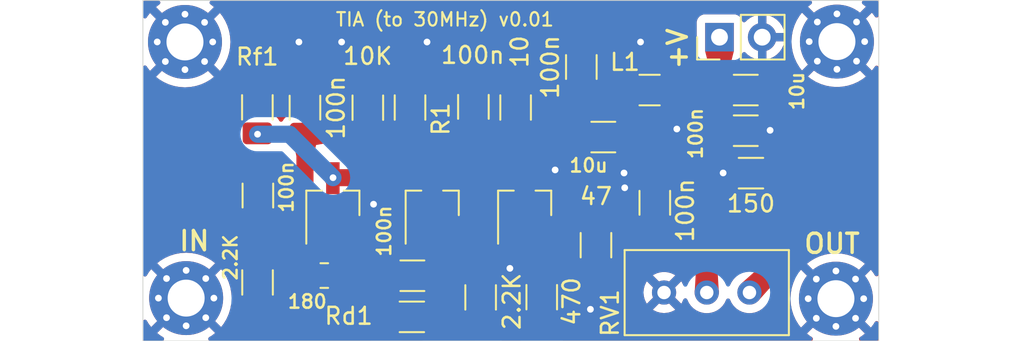
<source format=kicad_pcb>
(kicad_pcb (version 20221018) (generator pcbnew)
  (layers (0 "F.Cu" signal) (31 "B.Cu" signal) (34 "B.Paste" user) (35 "F.Paste" user) (36 "B.SilkS" user "B.Silkscreen") (37 "F.SilkS" user "F.Silkscreen") (38 "B.Mask" user) (39 "F.Mask" user) (44 "Edge.Cuts" user))
  (net 0 "")
  (net 1 "Net-(C2-Pad2)")
  (net 2 "Net-(Q1-B)")
  (net 3 "GND")
  (net 4 "Net-(C4-Pad1)")
  (net 5 "Net-(Q2-C)")
  (net 6 "Net-(C5-Pad2)")
  (net 7 "Net-(Q1-E)")
  (net 8 "Net-(J3-Pin_1)")
  (net 9 "Net-(Q1-C)")
  (net 10 "Net-(Q2-E)")
  (net 11 "Net-(Q3-E)")
  (net 12 "Net-(J1-In)")
  (net 13 "Net-(J2-In)")
  (net 14 "Net-(C5-Pad1)")
  (net 15 "Net-(C6-Pad2)")
  (footprint "footprints:SMA_EDGELAUNCH_Modded" (layer "F.Cu") (at 256.51 49.75 180)
    (fp_text reference "J2" hide)
    (fp_text value "SMA")
    (pad "1" smd rect (at 2.032 0 270) (size 1.27 4.064) (layers "F.Cu" "F.Mask") (net 13 "Net-(J2-In)"))
    (pad "2" smd rect (at 2.032 -2.54 270) (size 1.524 4.064) (layers "F.Cu" "F.Mask") (net 3 "GND"))
    (pad "2" smd rect (at 2.032 2.54 270) (size 1.524 4.064) (layers "F.Cu" "F.Mask") (net 3 "GND"))
  )
  (footprint "footprints:SMA_EDGELAUNCH_Modded" (layer "F.Cu") (at 214.2 49.818)
    (fp_text reference "J1" hide)
    (fp_text value "Conn_Coaxial")
    (pad "1" smd rect (at 2.032 0 90) (size 1.27 4.064) (layers "F.Cu" "F.Mask") (net 12 "Net-(J1-In)"))
    (pad "2" smd rect (at 2.032 -2.54 90) (size 1.524 4.064) (layers "F.Cu" "F.Mask") (net 3 "GND"))
    (pad "2" smd rect (at 2.032 2.54 90) (size 1.524 4.064) (layers "F.Cu" "F.Mask") (net 3 "GND"))
  )
  (footprint "Package_TO_SOT_SMD:SOT-23_Handsoldering" (layer "F.Cu") (at 230.6 51.85 90)
    (fp_text reference "Q2" hide)
    (fp_text value "2N3904" hide)
    (fp_line (start 0.76 -1.58) (end -2.4 -1.58) (stroke (width 0.12)) (layer "F.SilkS"))
    (fp_line (start 0.76 -1.58) (end 0.76 -0.65) (stroke (width 0.12)) (layer "F.SilkS"))
    (fp_line (start 0.76 1.58) (end -0.7 1.58) (stroke (width 0.12)) (layer "F.SilkS"))
    (fp_line (start 0.76 1.58) (end 0.76 0.65) (stroke (width 0.12)) (layer "F.SilkS"))
    (pad "1" smd rect (at -1.5 -0.95 90) (size 1.9 0.8) (layers "F.Cu" "F.Paste" "F.Mask") (net 9 "Net-(Q1-C)"))
    (pad "2" smd rect (at -1.5 0.95 90) (size 1.9 0.8) (layers "F.Cu" "F.Paste" "F.Mask") (net 10 "Net-(Q2-E)"))
    (pad "3" smd rect (at 1.5 0 90) (size 1.9 0.8) (layers "F.Cu" "F.Paste" "F.Mask") (net 5 "Net-(Q2-C)"))
  )
  (footprint "Resistor_SMD:R_1206_3216Metric_Pad1.30x1.75mm_HandSolder" (layer "F.Cu") (at 233.48 57.45 -90)
    (fp_text reference "R6" hide)
    (fp_text value "2.2K" (at 0.242 -1.856 90) (layer "F.SilkS"))
    (fp_line (start -0.727064 -0.91) (end 0.727064 -0.91) (stroke (width 0.12)) (layer "F.SilkS"))
    (fp_line (start -0.727064 0.91) (end 0.727064 0.91) (stroke (width 0.12)) (layer "F.SilkS"))
    (pad "1" smd roundrect (at -1.55 0 270) (size 1.3 1.75) (layers "F.Cu" "F.Paste" "F.Mask") (roundrect_rratio 0.1923076923) (net 10 "Net-(Q2-E)"))
    (pad "2" smd roundrect (at 1.55 0 270) (size 1.3 1.75) (layers "F.Cu" "F.Paste" "F.Mask") (roundrect_rratio 0.1923076923) (net 3 "GND"))
  )
  (footprint "Resistor_SMD:R_1206_3216Metric_Pad1.30x1.75mm_HandSolder" (layer "F.Cu") (at 237.114 57.438 -90)
    (fp_text reference "R7" hide)
    (fp_text value "470" (at 0.254 -1.778 90) (layer "F.SilkS"))
    (fp_line (start -0.727064 -0.91) (end 0.727064 -0.91) (stroke (width 0.12)) (layer "F.SilkS"))
    (fp_line (start -0.727064 0.91) (end 0.727064 0.91) (stroke (width 0.12)) (layer "F.SilkS"))
    (pad "1" smd roundrect (at -1.55 0 270) (size 1.3 1.75) (layers "F.Cu" "F.Paste" "F.Mask") (roundrect_rratio 0.1923076923) (net 11 "Net-(Q3-E)"))
    (pad "2" smd roundrect (at 1.55 0 270) (size 1.3 1.75) (layers "F.Cu" "F.Paste" "F.Mask") (roundrect_rratio 0.1923076923) (net 3 "GND"))
  )
  (footprint "Capacitor_SMD:C_1206_3216Metric_Pad1.33x1.80mm_HandSolder" (layer "F.Cu") (at 223.03 46.1475 90)
    (fp_text reference "C2" hide)
    (fp_text value "100n" (at 0 1.85 90) (layer "F.SilkS"))
    (fp_line (start -0.711252 -0.91) (end 0.711252 -0.91) (stroke (width 0.12)) (layer "F.SilkS"))
    (fp_line (start -0.711252 0.91) (end 0.711252 0.91) (stroke (width 0.12)) (layer "F.SilkS"))
    (pad "1" smd roundrect (at -1.5625 0 90) (size 1.325 1.8) (layers "F.Cu" "F.Paste" "F.Mask") (roundrect_rratio 0.1886792453) (net 2 "Net-(Q1-B)"))
    (pad "2" smd roundrect (at 1.5625 0 90) (size 1.325 1.8) (layers "F.Cu" "F.Paste" "F.Mask") (roundrect_rratio 0.1886792453) (net 1 "Net-(C2-Pad2)"))
  )
  (footprint "Resistor_SMD:R_0805_2012Metric_Pad1.20x1.40mm_HandSolder" (layer "F.Cu") (at 224.18 56.15 180)
    (fp_text reference "R5" hide)
    (fp_text value "180" (at 1.01 -1.55 180) (layer "F.SilkS") (effects (font (size 0.8 0.8))))
    (fp_line (start -0.227064 -0.735) (end 0.227064 -0.735) (stroke (width 0.12)) (layer "F.SilkS"))
    (fp_line (start -0.227064 0.735) (end 0.227064 0.735) (stroke (width 0.12)) (layer "F.SilkS"))
    (pad "1" smd roundrect (at -1 0 180) (size 1.2 1.4) (layers "F.Cu" "F.Paste" "F.Mask") (roundrect_rratio 0.2083333333) (net 7 "Net-(Q1-E)"))
    (pad "2" smd roundrect (at 1 0 180) (size 1.2 1.4) (layers "F.Cu" "F.Paste" "F.Mask") (roundrect_rratio 0.2083333333) (net 3 "GND"))
  )
  (footprint "Resistor_SMD:R_1206_3216Metric_Pad1.30x1.75mm_HandSolder" (layer "F.Cu") (at 229.28 46.14 -90)
    (fp_text reference "R1" (at 0.69 -1.83 -90) (layer "F.SilkS"))
    (fp_text value "330" hide)
    (fp_line (start -0.727064 -0.91) (end 0.727064 -0.91) (stroke (width 0.12)) (layer "F.SilkS"))
    (fp_line (start -0.727064 0.91) (end 0.727064 0.91) (stroke (width 0.12)) (layer "F.SilkS"))
    (pad "1" smd roundrect (at -1.55 0 270) (size 1.3 1.75) (layers "F.Cu" "F.Paste" "F.Mask") (roundrect_rratio 0.1923076923) (net 5 "Net-(Q2-C)"))
    (pad "2" smd roundrect (at 1.55 0 270) (size 1.3 1.75) (layers "F.Cu" "F.Paste" "F.Mask") (roundrect_rratio 0.1923076923) (net 9 "Net-(Q1-C)"))
  )
  (footprint "Capacitor_SMD:C_1206_3216Metric_Pad1.33x1.80mm_HandSolder" (layer "F.Cu") (at 229.42 56.16 180)
    (fp_text reference "C4" hide)
    (fp_text value "100n" (at 1.68 2.66 270) (layer "F.SilkS") (effects (font (size 0.8 0.8))))
    (fp_line (start -0.711252 -0.91) (end 0.711252 -0.91) (stroke (width 0.12)) (layer "F.SilkS"))
    (fp_line (start -0.711252 0.91) (end 0.711252 0.91) (stroke (width 0.12)) (layer "F.SilkS"))
    (pad "1" smd roundrect (at -1.5625 0 180) (size 1.325 1.8) (layers "F.Cu" "F.Paste" "F.Mask") (roundrect_rratio 0.1886792453) (net 4 "Net-(C4-Pad1)"))
    (pad "2" smd roundrect (at 1.5625 0 180) (size 1.325 1.8) (layers "F.Cu" "F.Paste" "F.Mask") (roundrect_rratio 0.1886792453) (net 7 "Net-(Q1-E)"))
  )
  (footprint "Resistor_SMD:R_1206_3216Metric_Pad1.30x1.75mm_HandSolder" (layer "F.Cu") (at 226.77 46.15 -90)
    (fp_text reference "R3" hide)
    (fp_text value "10K" (at -3.07 0.01 -180) (layer "F.SilkS"))
    (fp_line (start -0.727064 -0.91) (end 0.727064 -0.91) (stroke (width 0.12)) (layer "F.SilkS"))
    (fp_line (start -0.727064 0.91) (end 0.727064 0.91) (stroke (width 0.12)) (layer "F.SilkS"))
    (pad "1" smd roundrect (at -1.55 0 270) (size 1.3 1.75) (layers "F.Cu" "F.Paste" "F.Mask") (roundrect_rratio 0.1923076923) (net 5 "Net-(Q2-C)"))
    (pad "2" smd roundrect (at 1.55 0 270) (size 1.3 1.75) (layers "F.Cu" "F.Paste" "F.Mask") (roundrect_rratio 0.1923076923) (net 2 "Net-(Q1-B)"))
  )
  (footprint "Resistor_SMD:R_1206_3216Metric_Pad1.30x1.75mm_HandSolder" (layer "F.Cu") (at 229.39 58.61 180)
    (fp_text reference "Rd1" (at 3.76 0.05 180) (layer "F.SilkS"))
    (fp_text value "15" hide)
    (fp_line (start -0.727064 -0.91) (end 0.727064 -0.91) (stroke (width 0.12)) (layer "F.SilkS"))
    (fp_line (start -0.727064 0.91) (end 0.727064 0.91) (stroke (width 0.12)) (layer "F.SilkS"))
    (pad "1" smd roundrect (at -1.55 0 180) (size 1.3 1.75) (layers "F.Cu" "F.Paste" "F.Mask") (roundrect_rratio 0.1923076923) (net 4 "Net-(C4-Pad1)"))
    (pad "2" smd roundrect (at 1.55 0 180) (size 1.3 1.75) (layers "F.Cu" "F.Paste" "F.Mask") (roundrect_rratio 0.1923076923) (net 3 "GND"))
  )
  (footprint "Resistor_SMD:R_1206_3216Metric_Pad1.30x1.75mm_HandSolder" (layer "F.Cu") (at 235.56 46.14 90)
    (fp_text reference "R8" hide)
    (fp_text value "10" (at 3.33 0.24 90) (layer "F.SilkS"))
    (fp_line (start -0.727064 -0.91) (end 0.727064 -0.91) (stroke (width 0.12)) (layer "F.SilkS"))
    (fp_line (start -0.727064 0.91) (end 0.727064 0.91) (stroke (width 0.12)) (layer "F.SilkS"))
    (pad "1" smd roundrect (at -1.55 0 90) (size 1.3 1.75) (layers "F.Cu" "F.Paste" "F.Mask") (roundrect_rratio 0.1923076923) (net 15 "Net-(C6-Pad2)"))
    (pad "2" smd roundrect (at 1.55 0 90) (size 1.3 1.75) (layers "F.Cu" "F.Paste" "F.Mask") (roundrect_rratio 0.1923076923) (net 5 "Net-(Q2-C)"))
  )
  (footprint "Package_TO_SOT_SMD:SOT-23_Handsoldering" (layer "F.Cu") (at 224.69 51.85 90)
    (fp_text reference "Q1" hide)
    (fp_text value "2N3904" hide)
    (fp_line (start 0.76 -1.58) (end -2.4 -1.58) (stroke (width 0.12)) (layer "F.SilkS"))
    (fp_line (start 0.76 -1.58) (end 0.76 -0.65) (stroke (width 0.12)) (layer "F.SilkS"))
    (fp_line (start 0.76 1.58) (end -0.7 1.58) (stroke (width 0.12)) (layer "F.SilkS"))
    (fp_line (start 0.76 1.58) (end 0.76 0.65) (stroke (width 0.12)) (layer "F.SilkS"))
    (pad "1" smd rect (at -1.5 -0.95 90) (size 1.9 0.8) (layers "F.Cu" "F.Paste" "F.Mask") (net 2 "Net-(Q1-B)"))
    (pad "2" smd rect (at -1.5 0.95 90) (size 1.9 0.8) (layers "F.Cu" "F.Paste" "F.Mask") (net 7 "Net-(Q1-E)"))
    (pad "3" smd rect (at 1.5 0 90) (size 1.9 0.8) (layers "F.Cu" "F.Paste" "F.Mask") (net 9 "Net-(Q1-C)"))
  )
  (footprint "Capacitor_SMD:C_1206_3216Metric_Pad1.33x1.80mm_HandSolder" (layer "F.Cu") (at 233.05 46.1 90)
    (fp_text reference "C3" hide)
    (fp_text value "100n" (at 3.08 -0.04 180) (layer "F.SilkS"))
    (fp_line (start -0.711252 -0.91) (end 0.711252 -0.91) (stroke (width 0.12)) (layer "F.SilkS"))
    (fp_line (start -0.711252 0.91) (end 0.711252 0.91) (stroke (width 0.12)) (layer "F.SilkS"))
    (pad "1" smd roundrect (at -1.5625 0 90) (size 1.325 1.8) (layers "F.Cu" "F.Paste" "F.Mask") (roundrect_rratio 0.1886792453) (net 3 "GND"))
    (pad "2" smd roundrect (at 1.5625 0 90) (size 1.325 1.8) (layers "F.Cu" "F.Paste" "F.Mask") (roundrect_rratio 0.1886792453) (net 5 "Net-(Q2-C)"))
  )
  (footprint "Package_TO_SOT_SMD:SOT-23_Handsoldering" (layer "F.Cu") (at 236.098 51.85 90)
    (fp_text reference "Q3" hide)
    (fp_text value "2N3904" hide)
    (fp_line (start 0.76 -1.58) (end -2.4 -1.58) (stroke (width 0.12)) (layer "F.SilkS"))
    (fp_line (start 0.76 -1.58) (end 0.76 -0.65) (stroke (width 0.12)) (layer "F.SilkS"))
    (fp_line (start 0.76 1.58) (end -0.7 1.58) (stroke (width 0.12)) (layer "F.SilkS"))
    (fp_line (start 0.76 1.58) (end 0.76 0.65) (stroke (width 0.12)) (layer "F.SilkS"))
    (pad "1" smd rect (at -1.5 -0.95 90) (size 1.9 0.8) (layers "F.Cu" "F.Paste" "F.Mask") (net 10 "Net-(Q2-E)"))
    (pad "2" smd rect (at -1.5 0.95 90) (size 1.9 0.8) (layers "F.Cu" "F.Paste" "F.Mask") (net 11 "Net-(Q3-E)"))
    (pad "3" smd rect (at 1.5 0 90) (size 1.9 0.8) (layers "F.Cu" "F.Paste" "F.Mask") (net 5 "Net-(Q2-C)"))
  )
  (footprint "Resistor_SMD:R_1206_3216Metric_Pad1.30x1.75mm_HandSolder" (layer "F.Cu") (at 220.21 56.56 -90)
    (fp_text reference "R4" hide)
    (fp_text value "2.2K" (at -1.49 1.61 -90) (layer "F.SilkS") (effects (font (size 0.8 0.8))))
    (fp_line (start -0.727064 -0.91) (end 0.727064 -0.91) (stroke (width 0.12)) (layer "F.SilkS"))
    (fp_line (start -0.727064 0.91) (end 0.727064 0.91) (stroke (width 0.12)) (layer "F.SilkS"))
    (pad "1" smd roundrect (at -1.55 0 270) (size 1.3 1.75) (layers "F.Cu" "F.Paste" "F.Mask") (roundrect_rratio 0.1923076923) (net 2 "Net-(Q1-B)"))
    (pad "2" smd roundrect (at 1.55 0 270) (size 1.3 1.75) (layers "F.Cu" "F.Paste" "F.Mask") (roundrect_rratio 0.1923076923) (net 3 "GND"))
  )
  (footprint "Resistor_SMD:R_1206_3216Metric_Pad1.30x1.75mm_HandSolder" (layer "F.Cu") (at 240.34 54.34 -90)
    (fp_text reference "R2" hide)
    (fp_text value "47" (at -2.91 0) (layer "F.SilkS"))
    (fp_line (start -0.727064 -0.91) (end 0.727064 -0.91) (stroke (width 0.12)) (layer "F.SilkS"))
    (fp_line (start -0.727064 0.91) (end 0.727064 0.91) (stroke (width 0.12)) (layer "F.SilkS"))
    (pad "1" smd roundrect (at -1.55 0 270) (size 1.3 1.75) (layers "F.Cu" "F.Paste" "F.Mask") (roundrect_rratio 0.1923076923) (net 6 "Net-(C5-Pad2)"))
    (pad "2" smd roundrect (at 1.55 0 270) (size 1.3 1.75) (layers "F.Cu" "F.Paste" "F.Mask") (roundrect_rratio 0.1923076923) (net 11 "Net-(Q3-E)"))
  )
  (footprint "Capacitor_SMD:C_1206_3216Metric_Pad1.33x1.80mm_HandSolder" (layer "F.Cu") (at 220.23 51.3825 90)
    (fp_text reference "C1" hide)
    (fp_text value "100n" (at 0.5025 1.7 90) (layer "F.SilkS") (effects (font (size 0.8 0.8))))
    (fp_line (start -0.711252 -0.91) (end 0.711252 -0.91) (stroke (width 0.12)) (layer "F.SilkS"))
    (fp_line (start -0.711252 0.91) (end 0.711252 0.91) (stroke (width 0.12)) (layer "F.SilkS"))
    (pad "1" smd roundrect (at -1.5625 0 90) (size 1.325 1.8) (layers "F.Cu" "F.Paste" "F.Mask") (roundrect_rratio 0.1886792453) (net 2 "Net-(Q1-B)"))
    (pad "2" smd roundrect (at 1.5625 0 90) (size 1.325 1.8) (layers "F.Cu" "F.Paste" "F.Mask") (roundrect_rratio 0.1886792453) (net 12 "Net-(J1-In)"))
  )
  (footprint "Capacitor_SMD:C_1206_3216Metric_Pad1.33x1.80mm_HandSolder" (layer "F.Cu") (at 243.84 51.816 -90)
    (fp_text reference "C5" hide)
    (fp_text value "100n" (at 0.45 -1.81 -90) (layer "F.SilkS"))
    (fp_line (start -0.711252 -0.91) (end 0.711252 -0.91) (stroke (width 0.12)) (layer "F.SilkS"))
    (fp_line (start -0.711252 0.91) (end 0.711252 0.91) (stroke (width 0.12)) (layer "F.SilkS"))
    (pad "1" smd roundrect (at -1.5625 0 270) (size 1.325 1.8) (layers "F.Cu" "F.Paste" "F.Mask") (roundrect_rratio 0.1886792453) (net 14 "Net-(C5-Pad1)"))
    (pad "2" smd roundrect (at 1.5625 0 270) (size 1.325 1.8) (layers "F.Cu" "F.Paste" "F.Mask") (roundrect_rratio 0.1886792453) (net 6 "Net-(C5-Pad2)"))
  )
  (footprint "Resistor_SMD:R_1206_3216Metric_Pad1.30x1.75mm_HandSolder" (layer "F.Cu") (at 220.2 46.13 90)
    (fp_text reference "Rf1" (at 3.01 -0.01 180) (layer "F.SilkS"))
    (fp_text value "680" hide)
    (fp_line (start -0.727064 -0.91) (end 0.727064 -0.91) (stroke (width 0.12)) (layer "F.SilkS"))
    (fp_line (start -0.727064 0.91) (end 0.727064 0.91) (stroke (width 0.12)) (layer "F.SilkS"))
    (pad "1" smd roundrect (at -1.55 0 90) (size 1.3 1.75) (layers "F.Cu" "F.Paste" "F.Mask") (roundrect_rratio 0.1923076923) (net 9 "Net-(Q1-C)"))
    (pad "2" smd roundrect (at 1.55 0 90) (size 1.3 1.75) (layers "F.Cu" "F.Paste" "F.Mask") (roundrect_rratio 0.1923076923) (net 1 "Net-(C2-Pad2)"))
  )
  (footprint "Connector_PinHeader_2.54mm:PinHeader_1x02_P2.54mm_Vertical" (layer "F.Cu") (at 247.6875 41.95 90)
    (fp_text reference "J3" hide)
    (fp_text value "Conn_01x02_Male" hide)
    (fp_line (start -1.33 -1.33) (end 0 -1.33) (stroke (width 0.12)) (layer "F.SilkS"))
    (fp_line (start -1.33 0) (end -1.33 -1.33) (stroke (width 0.12)) (layer "F.SilkS"))
    (fp_line (start -1.33 1.27) (end -1.33 3.87) (stroke (width 0.12)) (layer "F.SilkS"))
    (fp_line (start -1.33 1.27) (end 1.33 1.27) (stroke (width 0.12)) (layer "F.SilkS"))
    (fp_line (start -1.33 3.87) (end 1.33 3.87) (stroke (width 0.12)) (layer "F.SilkS"))
    (fp_line (start 1.33 1.27) (end 1.33 3.87) (stroke (width 0.12)) (layer "F.SilkS"))
    (pad "1" thru_hole rect (at 0 0 90) (size 1.7 1.7) (drill 1) (layers "*.Cu" "*.Mask") (net 8 "Net-(J3-Pin_1)"))
    (pad "2" thru_hole oval (at 0 2.54 90) (size 1.7 1.7) (drill 1) (layers "*.Cu" "*.Mask") (net 3 "GND"))
  )
  (footprint "MountingHole:MountingHole_2.2mm_M2_Pad_Via" (layer "F.Cu") (at 215.893274 42.233274)
    (fp_text reference "H1" hide)
    (fp_text value "MountingHole_Pad" hide)
    (pad "1" thru_hole circle (at -1.65 0) (size 0.7 0.7) (drill 0.4) (layers "*.Cu" "*.Mask") (net 3 "GND"))
    (pad "1" thru_hole circle (at -1.166726 -1.166726) (size 0.7 0.7) (drill 0.4) (layers "*.Cu" "*.Mask") (net 3 "GND"))
    (pad "1" thru_hole circle (at -1.166726 1.166726) (size 0.7 0.7) (drill 0.4) (layers "*.Cu" "*.Mask") (net 3 "GND"))
    (pad "1" thru_hole circle (at 0 -1.65) (size 0.7 0.7) (drill 0.4) (layers "*.Cu" "*.Mask") (net 3 "GND"))
    (pad "1" thru_hole circle (at 0 0) (size 4.4 4.4) (drill 2.2) (layers "*.Cu" "*.Mask") (net 3 "GND"))
    (pad "1" thru_hole circle (at 0 1.65) (size 0.7 0.7) (drill 0.4) (layers "*.Cu" "*.Mask") (net 3 "GND"))
    (pad "1" thru_hole circle (at 1.166726 -1.166726) (size 0.7 0.7) (drill 0.4) (layers "*.Cu" "*.Mask") (net 3 "GND"))
    (pad "1" thru_hole circle (at 1.166726 1.166726) (size 0.7 0.7) (drill 0.4) (layers "*.Cu" "*.Mask") (net 3 "GND"))
    (pad "1" thru_hole circle (at 1.65 0) (size 0.7 0.7) (drill 0.4) (layers "*.Cu" "*.Mask") (net 3 "GND"))
  )
  (footprint "Capacitor_SMD:C_1206_3216Metric_Pad1.33x1.80mm_HandSolder" (layer "F.Cu") (at 249.25 45.1 180)
    (fp_text reference "C10" hide)
    (fp_text value "10u" (at -3.05 -0.06 90) (layer "F.SilkS") (effects (font (size 0.8 0.8))))
    (fp_line (start -0.711252 -0.91) (end 0.711252 -0.91) (stroke (width 0.12)) (layer "F.SilkS"))
    (fp_line (start -0.711252 0.91) (end 0.711252 0.91) (stroke (width 0.12)) (layer "F.SilkS"))
    (pad "1" smd roundrect (at -1.5625 0 180) (size 1.325 1.8) (layers "F.Cu" "F.Paste" "F.Mask") (roundrect_rratio 0.1886792453) (net 3 "GND"))
    (pad "2" smd roundrect (at 1.5625 0 180) (size 1.325 1.8) (layers "F.Cu" "F.Paste" "F.Mask") (roundrect_rratio 0.1886792453) (net 8 "Net-(J3-Pin_1)"))
  )
  (footprint "MountingHole:MountingHole_2.2mm_M2_Pad_Via" (layer "F.Cu") (at 254.673274 42.213274)
    (fp_text reference "H2" hide)
    (fp_text value "MountingHole_Pad" hide)
    (pad "1" thru_hole circle (at -1.65 0) (size 0.7 0.7) (drill 0.4) (layers "*.Cu" "*.Mask") (net 3 "GND"))
    (pad "1" thru_hole circle (at -1.166726 -1.166726) (size 0.7 0.7) (drill 0.4) (layers "*.Cu" "*.Mask") (net 3 "GND"))
    (pad "1" thru_hole circle (at -1.166726 1.166726) (size 0.7 0.7) (drill 0.4) (layers "*.Cu" "*.Mask") (net 3 "GND"))
    (pad "1" thru_hole circle (at 0 -1.65) (size 0.7 0.7) (drill 0.4) (layers "*.Cu" "*.Mask") (net 3 "GND"))
    (pad "1" thru_hole circle (at 0 0) (size 4.4 4.4) (drill 2.2) (layers "*.Cu" "*.Mask") (net 3 "GND"))
    (pad "1" thru_hole circle (at 0 1.65) (size 0.7 0.7) (drill 0.4) (layers "*.Cu" "*.Mask") (net 3 "GND"))
    (pad "1" thru_hole circle (at 1.166726 -1.166726) (size 0.7 0.7) (drill 0.4) (layers "*.Cu" "*.Mask") (net 3 "GND"))
    (pad "1" thru_hole circle (at 1.166726 1.166726) (size 0.7 0.7) (drill 0.4) (layers "*.Cu" "*.Mask") (net 3 "GND"))
    (pad "1" thru_hole circle (at 1.65 0) (size 0.7 0.7) (drill 0.4) (layers "*.Cu" "*.Mask") (net 3 "GND"))
  )
  (footprint "Capacitor_SMD:C_1206_3216Metric_Pad1.33x1.80mm_HandSolder" (layer "F.Cu") (at 239.47 43.7275 -90)
    (fp_text reference "C6" hide)
    (fp_text value "100n" (at 0 1.85 90) (layer "F.SilkS"))
    (fp_line (start -0.711252 -0.91) (end 0.711252 -0.91) (stroke (width 0.12)) (layer "F.SilkS"))
    (fp_line (start -0.711252 0.91) (end 0.711252 0.91) (stroke (width 0.12)) (layer "F.SilkS"))
    (pad "1" smd roundrect (at -1.5625 0 270) (size 1.325 1.8) (layers "F.Cu" "F.Paste" "F.Mask") (roundrect_rratio 0.1886792453) (net 3 "GND"))
    (pad "2" smd roundrect (at 1.5625 0 270) (size 1.325 1.8) (layers "F.Cu" "F.Paste" "F.Mask") (roundrect_rratio 0.1886792453) (net 15 "Net-(C6-Pad2)"))
  )
  (footprint "Inductor_SMD:L_1206_3216Metric_Pad1.42x1.75mm_HandSolder" (layer "F.Cu") (at 243.53 45.1)
    (fp_text reference "L1" (at -1.468 -1.666 180) (layer "F.SilkS"))
    (fp_text value "600 @ 100 MHz" hide)
    (fp_line (start -0.602064 -0.91) (end 0.602064 -0.91) (stroke (width 0.12)) (layer "F.SilkS"))
    (fp_line (start -0.602064 0.91) (end 0.602064 0.91) (stroke (width 0.12)) (layer "F.SilkS"))
    (pad "1" smd roundrect (at -1.4875 0) (size 1.425 1.75) (layers "F.Cu" "F.Paste" "F.Mask") (roundrect_rratio 0.1754392982) (net 15 "Net-(C6-Pad2)"))
    (pad "2" smd roundrect (at 1.4875 0) (size 1.425 1.75) (layers "F.Cu" "F.Paste" "F.Mask") (roundrect_rratio 0.1754392982) (net 8 "Net-(J3-Pin_1)"))
  )
  (footprint "Resistor_SMD:R_1206_3216Metric_Pad1.30x1.75mm_HandSolder" (layer "F.Cu") (at 249.56 50.05)
    (fp_text reference "R9" hide)
    (fp_text value "150" (at 0 1.82) (layer "F.SilkS"))
    (fp_line (start -0.727064 -0.91) (end 0.727064 -0.91) (stroke (width 0.12)) (layer "F.SilkS"))
    (fp_line (start -0.727064 0.91) (end 0.727064 0.91) (stroke (width 0.12)) (layer "F.SilkS"))
    (pad "1" smd roundrect (at -1.55 0) (size 1.3 1.75) (layers "F.Cu" "F.Paste" "F.Mask") (roundrect_rratio 0.1923076923) (net 3 "GND"))
    (pad "2" smd roundrect (at 1.55 0) (size 1.3 1.75) (layers "F.Cu" "F.Paste" "F.Mask") (roundrect_rratio 0.1923076923) (net 13 "Net-(J2-In)"))
  )
  (footprint "Capacitor_SMD:C_1206_3216Metric_Pad1.33x1.80mm_HandSolder" (layer "F.Cu") (at 249.25 47.52 180)
    (fp_text reference "C9" hide)
    (fp_text value "100n" (at 2.98 -0.17 90) (layer "F.SilkS") (effects (font (size 0.8 0.8))))
    (fp_line (start -0.711252 -0.91) (end 0.711252 -0.91) (stroke (width 0.12)) (layer "F.SilkS"))
    (fp_line (start -0.711252 0.91) (end 0.711252 0.91) (stroke (width 0.12)) (layer "F.SilkS"))
    (pad "1" smd roundrect (at -1.5625 0 180) (size 1.325 1.8) (layers "F.Cu" "F.Paste" "F.Mask") (roundrect_rratio 0.1886792453) (net 3 "GND"))
    (pad "2" smd roundrect (at 1.5625 0 180) (size 1.325 1.8) (layers "F.Cu" "F.Paste" "F.Mask") (roundrect_rratio 0.1886792453) (net 8 "Net-(J3-Pin_1)"))
  )
  (footprint "MountingHole:MountingHole_2.2mm_M2_Pad_Via" (layer "F.Cu") (at 254.613274 57.526726)
    (fp_text reference "H4" hide)
    (fp_text value "MountingHole_Pad" hide)
    (pad "1" thru_hole circle (at -1.65 0) (size 0.7 0.7) (drill 0.4) (layers "*.Cu" "*.Mask") (net 3 "GND"))
    (pad "1" thru_hole circle (at -1.166726 -1.166726) (size 0.7 0.7) (drill 0.4) (layers "*.Cu" "*.Mask") (net 3 "GND"))
    (pad "1" thru_hole circle (at -1.166726 1.166726) (size 0.7 0.7) (drill 0.4) (layers "*.Cu" "*.Mask") (net 3 "GND"))
    (pad "1" thru_hole circle (at 0 -1.65) (size 0.7 0.7) (drill 0.4) (layers "*.Cu" "*.Mask") (net 3 "GND"))
    (pad "1" thru_hole circle (at 0 0) (size 4.4 4.4) (drill 2.2) (layers "*.Cu" "*.Mask") (net 3 "GND"))
    (pad "1" thru_hole circle (at 0 1.65) (size 0.7 0.7) (drill 0.4) (layers "*.Cu" "*.Mask") (net 3 "GND"))
    (pad "1" thru_hole circle (at 1.166726 -1.166726) (size 0.7 0.7) (drill 0.4) (layers "*.Cu" "*.Mask") (net 3 "GND"))
    (pad "1" thru_hole circle (at 1.166726 1.166726) (size 0.7 0.7) (drill 0.4) (layers "*.Cu" "*.Mask") (net 3 "GND"))
    (pad "1" thru_hole circle (at 1.65 0) (size 0.7 0.7) (drill 0.4) (layers "*.Cu" "*.Mask") (net 3 "GND"))
  )
  (footprint "Potentiometer_THT:Potentiometer_Bourns_3296W_Vertical" (layer "F.Cu") (at 249.47 57.16)
    (fp_text reference "RV1" (at -8.29 1.22 90) (layer "F.SilkS"))
    (fp_text value "200R" hide)
    (fp_line (start -7.425 -2.53) (end -7.425 2.54) (stroke (width 0.12)) (layer "F.SilkS"))
    (fp_line (start -7.425 -2.53) (end 2.345 -2.53) (stroke (width 0.12)) (layer "F.SilkS"))
    (fp_line (start -7.425 2.54) (end 2.345 2.54) (stroke (width 0.12)) (layer "F.SilkS"))
    (fp_line (start 2.345 -2.53) (end 2.345 2.54) (stroke (width 0.12)) (layer "F.SilkS"))
    (pad "1" thru_hole circle (at 0 0) (size 1.44 1.44) (drill 0.8) (layers "*.Cu" "*.Mask") (net 13 "Net-(J2-In)"))
    (pad "2" thru_hole circle (at -2.54 0) (size 1.44 1.44) (drill 0.8) (layers "*.Cu" "*.Mask") (net 14 "Net-(C5-Pad1)"))
    (pad "3" thru_hole circle (at -5.08 0) (size 1.44 1.44) (drill 0.8) (layers "*.Cu" "*.Mask") (net 3 "GND"))
  )
  (footprint "MountingHole:MountingHole_2.2mm_M2_Pad_Via" (layer "F.Cu") (at 215.963274 57.493274)
    (fp_text reference "H3" hide)
    (fp_text value "MountingHole_Pad" hide)
    (pad "1" thru_hole circle (at -1.65 0) (size 0.7 0.7) (drill 0.4) (layers "*.Cu" "*.Mask") (net 3 "GND"))
    (pad "1" thru_hole circle (at -1.166726 -1.166726) (size 0.7 0.7) (drill 0.4) (layers "*.Cu" "*.Mask") (net 3 "GND"))
    (pad "1" thru_hole circle (at -1.166726 1.166726) (size 0.7 0.7) (drill 0.4) (layers "*.Cu" "*.Mask") (net 3 "GND"))
    (pad "1" thru_hole circle (at 0 -1.65) (size 0.7 0.7) (drill 0.4) (layers "*.Cu" "*.Mask") (net 3 "GND"))
    (pad "1" thru_hole circle (at 0 0) (size 4.4 4.4) (drill 2.2) (layers "*.Cu" "*.Mask") (net 3 "GND"))
    (pad "1" thru_hole circle (at 0 1.65) (size 0.7 0.7) (drill 0.4) (layers "*.Cu" "*.Mask") (net 3 "GND"))
    (pad "1" thru_hole circle (at 1.166726 -1.166726) (size 0.7 0.7) (drill 0.4) (layers "*.Cu" "*.Mask") (net 3 "GND"))
    (pad "1" thru_hole circle (at 1.166726 1.166726) (size 0.7 0.7) (drill 0.4) (layers "*.Cu" "*.Mask") (net 3 "GND"))
    (pad "1" thru_hole circle (at 1.65 0) (size 0.7 0.7) (drill 0.4) (layers "*.Cu" "*.Mask") (net 3 "GND"))
  )
  (footprint "Capacitor_SMD:C_1206_3216Metric_Pad1.33x1.80mm_HandSolder" (layer "F.Cu") (at 240.7775 47.9 180)
    (fp_text reference "C7" hide)
    (fp_text value "10u" (at 0.8775 -1.69 180) (layer "F.SilkS") (effects (font (size 0.8 0.8))))
    (fp_line (start -0.711252 -0.91) (end 0.711252 -0.91) (stroke (width 0.12)) (layer "F.SilkS"))
    (fp_line (start -0.711252 0.91) (end 0.711252 0.91) (stroke (width 0.12)) (layer "F.SilkS"))
    (pad "1" smd roundrect (at -1.5625 0 180) (size 1.325 1.8) (layers "F.Cu" "F.Paste" "F.Mask") (roundrect_rratio 0.1886792453) (net 3 "GND"))
    (pad "2" smd roundrect (at 1.5625 0 180) (size 1.325 1.8) (layers "F.Cu" "F.Paste" "F.Mask") (roundrect_rratio 0.1886792453) (net 15 "Net-(C6-Pad2)"))
  )
  (gr_rect (start 213.39 39.76) (end 257.16 60.05) (stroke (width 0.05)) (fill none) (layer "Edge.Cuts"))
  (gr_text "+V" (at 245.1925 42.64 90) (layer "F.SilkS") (effects (font (size 1.143 1.143) (thickness 0.2032))))
  (gr_text "IN" (at 216.45 54.09) (layer "F.SilkS") (effects (font (size 1.143 1.143) (thickness 0.2032))))
  (gr_text "OUT" (at 254.38 54.25) (layer "F.SilkS") (effects (font (size 1.143 1.143) (thickness 0.2032))))
  (gr_text "TIA (to 30MHz) v0.01" (at 224.79 40.894) (layer "F.SilkS") (effects (font (size 0.8 0.8) (thickness 0.127)) (justify left)))
  (segment (start 220.2 44.58) (end 223.025 44.58) (width 1.016) (layer "F.Cu") (net 1))
  (segment (start 220.21 55.01) (end 220.21 52.965) (width 1.016) (layer "F.Cu") (net 2))
  (segment (start 222.79 52.945) (end 223.335 52.945) (width 1.016) (layer "F.Cu") (net 2))
  (segment (start 220.23 52.945) (end 222.79 52.945) (width 1.016) (layer "F.Cu") (net 2))
  (segment (start 223.03 47.71) (end 223.03 52.705) (width 1.016) (layer "F.Cu") (net 2))
  (segment (start 223.03 52.705) (end 222.79 52.945) (width 1.016) (layer "F.Cu") (net 2))
  (segment (start 223.03 47.71) (end 226.76 47.71) (width 1.016) (layer "F.Cu") (net 2))
  (via (at 250.698 47.498) (size 0.8) (drill 0.4) (layers "F.Cu" "B.Cu") (net 3))
  (via (at 225.2109 42.237857) (size 0.8) (drill 0.4) (layers "F.Cu" "B.Cu") (net 3))
  (via (at 242.9909 42.237857) (size 0.8) (drill 0.4) (layers "F.Cu" "B.Cu") (net 3))
  (via (at 240.01 58.16) (size 0.8) (drill 0.4) (layers "F.Cu" "B.Cu") (net 3))
  (via (at 227.11 51.9) (size 0.8) (drill 0.4) (layers "F.Cu" "B.Cu") (net 3))
  (via (at 222.6709 42.237857) (size 0.8) (drill 0.4) (layers "F.Cu" "B.Cu") (net 3))
  (via (at 237.9109 49.857857) (size 0.8) (drill 0.4) (layers "F.Cu" "B.Cu") (net 3))
  (via (at 242.01 50.04) (size 0.8) (drill 0.4) (layers "F.Cu" "B.Cu") (net 3))
  (via (at 235.22 55.72) (size 0.8) (drill 0.4) (layers "F.Cu" "B.Cu") (net 3))
  (via (at 245.15 47.42) (size 0.8) (drill 0.4) (layers "F.Cu" "B.Cu") (net 3))
  (via (at 247.904 50.038) (size 0.8) (drill 0.4) (layers "F.Cu" "B.Cu") (net 3))
  (via (at 242.05 50.92) (size 0.8) (drill 0.4) (layers "F.Cu" "B.Cu") (net 3))
  (via (at 230.2909 42.237857) (size 0.8) (drill 0.4) (layers "F.Cu" "B.Cu") (net 3))
  (segment (start 250.698 47.498) (end 248.412 49.784) (width 1.27) (layer "B.Cu") (net 3))
  (segment (start 230.94 58.61) (end 230.94 56.2025) (width 1.016) (layer "F.Cu") (net 4))
  (segment (start 231.04 49.91) (end 230.6 50.35) (width 1.016) (layer "F.Cu") (net 5))
  (segment (start 229.28 44.59) (end 231.04 44.59) (width 1.016) (layer "F.Cu") (net 5))
  (segment (start 231.04 44.59) (end 231.04 49.91) (width 1.016) (layer "F.Cu") (net 5))
  (segment (start 233.05 44.5375) (end 235.5075 44.5375) (width 1.016) (layer "F.Cu") (net 5))
  (segment (start 229.28 44.59) (end 226.78 44.59) (width 1.016) (layer "F.Cu") (net 5))
  (segment (start 236.098 50.35) (end 230.6 50.35) (width 1.016) (layer "F.Cu") (net 5))
  (segment (start 231.04 44.59) (end 232.9975 44.59) (width 1.016) (layer "F.Cu") (net 5))
  (segment (start 240.34 52.79) (end 243.2515 52.79) (width 1.016) (layer "F.Cu") (net 6))
  (segment (start 243.2515 52.79) (end 243.84 53.3785) (width 1.016) (layer "F.Cu") (net 6))
  (segment (start 225.73 56.15) (end 225.73 53.44) (width 1.016) (layer "F.Cu") (net 7))
  (segment (start 225.73 56.15) (end 227.8475 56.15) (width 1.016) (layer "F.Cu") (net 7))
  (segment (start 247.6875 47.52) (end 247.6875 41.95) (width 1.27) (layer "F.Cu") (net 8))
  (segment (start 245.0175 45.1) (end 247.6875 45.1) (width 1.27) (layer "F.Cu") (net 8))
  (segment (start 229.28 47.69) (end 229.28 48.56) (width 1.016) (layer "F.Cu") (net 9))
  (segment (start 224.7 50.32) (end 224.69 50.35) (width 1.016) (layer "F.Cu") (net 9))
  (segment (start 229.28 48.56) (end 229.28 50.63) (width 1.016) (layer "F.Cu") (net 9))
  (segment (start 229.28 50.63) (end 229.28 52.98) (width 1.016) (layer "F.Cu") (net 9))
  (segment (start 224.7 50.32) (end 228.97 50.32) (width 1.016) (layer "F.Cu") (net 9))
  (via (at 224.7 50.32) (size 0.8) (drill 0.4) (layers "F.Cu" "B.Cu") (net 9))
  (via (at 220.21 47.73) (size 0.8) (drill 0.4) (layers "F.Cu" "B.Cu") (net 9))
  (segment (start 222.11 47.73) (end 220.21 47.73) (width 1.016) (layer "B.Cu") (net 9))
  (segment (start 224.7 50.32) (end 222.11 47.73) (width 1.016) (layer "B.Cu") (net 9))
  (segment (start 231.55 53.35) (end 235.148 53.35) (width 1.016) (layer "F.Cu") (net 10))
  (segment (start 233.48 55.9) (end 233.48 53.81) (width 1.016) (layer "F.Cu") (net 10))
  (segment (start 237.114 55.888) (end 240.338 55.888) (width 1.016) (layer "F.Cu") (net 11))
  (segment (start 237.048 53.35) (end 237.048 55.822) (width 1.016) (layer "F.Cu") (net 11))
  (segment (start 216.232 49.818) (end 220.228 49.818) (width 1.016) (layer "F.Cu") (net 12))
  (segment (start 251.12 55.51) (end 251.12 54.95) (width 1.27) (layer "F.Cu") (net 13))
  (segment (start 251.12 49.76) (end 251.12 54.95) (width 1.27) (layer "F.Cu") (net 13))
  (segment (start 250.91 55.72) (end 249.47 57.16) (width 1.27) (layer "F.Cu") (net 13))
  (segment (start 254.478 49.75) (end 251.41 49.75) (width 1.27) (layer "F.Cu") (net 13))
  (segment (start 251.41 49.75) (end 251.11 50.05) (width 1.27) (layer "F.Cu") (net 13))
  (segment (start 249.47 57.16) (end 251.12 55.51) (width 1.27) (layer "F.Cu") (net 13))
  (segment (start 246.93 53.3435) (end 243.84 50.2535) (width 1.27) (layer "F.Cu") (net 14))
  (segment (start 246.93 53.3435) (end 246.93 57.16) (width 1.27) (layer "F.Cu") (net 14))
  (segment (start 239.215 45.545) (end 239.47 45.29) (width 1.27) (layer "F.Cu") (net 15))
  (segment (start 239.47 45.29) (end 241.8525 45.29) (width 1.27) (layer "F.Cu") (net 15))
  (segment (start 239.215 47.9) (end 239.215 45.545) (width 1.27) (layer "F.Cu") (net 15))
  (segment (start 241.8525 45.29) (end 242.0425 45.1) (width 1.27) (layer "F.Cu") (net 15))
  (segment (start 239.005 47.69) (end 239.215 47.9) (width 1.27) (layer "F.Cu") (net 15))
  (segment (start 235.56 47.69) (end 239.005 47.69) (width 1.27) (layer "F.Cu") (net 15))
  (zone (net 3) (net_name "GND") (layer "F.Cu") (connect_pads (clearance 0.508)) (min_thickness 0.25) (fill yes (thermal_gap 0.5) (thermal_bridge_width 0.5))
    (polygon (pts (xy 213.39 39.77) (xy 257.19 39.76) (xy 257.19 60.05) (xy 213.39 60.05)))
  )
  (zone (net 3) (net_name "GND") (layer "B.Cu") (priority 1) (connect_pads (clearance 0.508)) (min_thickness 0.25) (fill yes (thermal_gap 0.5) (thermal_bridge_width 0.5))
    (polygon (pts (xy 213.39 39.77) (xy 213.39 60.05) (xy 257.15 60.03) (xy 257.15 39.74)))
  )
)
</source>
